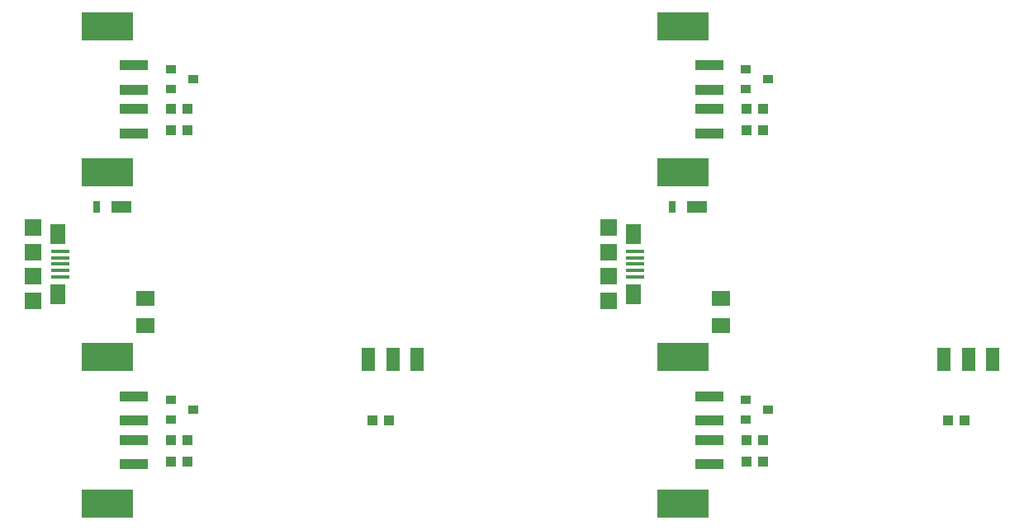
<source format=gbr>
%FSLAX34Y34*%
%MOMM*%
%LNSMDMASK_BOTTOM*%
G71*
G01*
%ADD10R,1.900X0.300*%
%ADD11R,1.500X2.000*%
%ADD12R,1.800X1.800*%
%ADD13R,1.800X1.700*%
%ADD14R,2.900X1.100*%
%ADD15R,5.300X2.900*%
%ADD16R,1.120X0.920*%
%ADD17R,1.000X1.100*%
%ADD18R,1.400X2.400*%
%ADD19R,2.100X1.300*%
%ADD20R,0.800X1.300*%
%ADD21R,1.900X1.500*%
%LPD*%
X-5250Y291092D02*
G54D10*
D03*
X-5250Y297592D02*
G54D10*
D03*
X-5250Y304092D02*
G54D10*
D03*
X-5250Y310592D02*
G54D10*
D03*
X-5250Y284592D02*
G54D10*
D03*
X-7150Y328592D02*
G54D11*
D03*
X-7150Y266592D02*
G54D11*
D03*
X-32650Y309592D02*
G54D12*
D03*
X-32650Y285592D02*
G54D12*
D03*
X-32650Y335592D02*
G54D13*
D03*
X-32650Y259592D02*
G54D13*
D03*
X70808Y476958D02*
G54D14*
D03*
X70808Y456958D02*
G54D14*
D03*
X70808Y431958D02*
G54D14*
D03*
X70808Y501958D02*
G54D14*
D03*
X43808Y541958D02*
G54D15*
D03*
X43808Y391958D02*
G54D15*
D03*
X70808Y136958D02*
G54D14*
D03*
X70808Y116958D02*
G54D14*
D03*
X70808Y91958D02*
G54D14*
D03*
X70808Y161958D02*
G54D14*
D03*
X43808Y201958D02*
G54D15*
D03*
X43808Y51958D02*
G54D15*
D03*
X131117Y487953D02*
G54D16*
D03*
X108217Y477753D02*
G54D16*
D03*
X108217Y498153D02*
G54D16*
D03*
X125413Y456914D02*
G54D17*
D03*
X108413Y456914D02*
G54D17*
D03*
X125413Y435014D02*
G54D17*
D03*
X108413Y435014D02*
G54D17*
D03*
X131117Y147953D02*
G54D16*
D03*
X108217Y137753D02*
G54D16*
D03*
X108217Y158153D02*
G54D16*
D03*
X125413Y116914D02*
G54D17*
D03*
X108413Y116914D02*
G54D17*
D03*
X125413Y95014D02*
G54D17*
D03*
X108413Y95014D02*
G54D17*
D03*
X332068Y137000D02*
G54D17*
D03*
X315068Y137000D02*
G54D17*
D03*
X310800Y199900D02*
G54D18*
D03*
X336400Y199700D02*
G54D18*
D03*
X361100Y199700D02*
G54D18*
D03*
X57926Y356767D02*
G54D19*
D03*
X32526Y356767D02*
G54D20*
D03*
X82507Y234612D02*
G54D21*
D03*
X82508Y262612D02*
G54D21*
D03*
X584750Y291092D02*
G54D10*
D03*
X584750Y297592D02*
G54D10*
D03*
X584750Y304092D02*
G54D10*
D03*
X584750Y310592D02*
G54D10*
D03*
X584750Y284592D02*
G54D10*
D03*
X582850Y328592D02*
G54D11*
D03*
X582850Y266592D02*
G54D11*
D03*
X557350Y309592D02*
G54D12*
D03*
X557350Y285592D02*
G54D12*
D03*
X557350Y335592D02*
G54D13*
D03*
X557350Y259592D02*
G54D13*
D03*
X660808Y476958D02*
G54D14*
D03*
X660808Y456958D02*
G54D14*
D03*
X660808Y431958D02*
G54D14*
D03*
X660808Y501958D02*
G54D14*
D03*
X633808Y541958D02*
G54D15*
D03*
X633808Y391958D02*
G54D15*
D03*
X660808Y136958D02*
G54D14*
D03*
X660808Y116958D02*
G54D14*
D03*
X660808Y91958D02*
G54D14*
D03*
X660808Y161958D02*
G54D14*
D03*
X633808Y201958D02*
G54D15*
D03*
X633808Y51958D02*
G54D15*
D03*
X721117Y487953D02*
G54D16*
D03*
X698217Y477753D02*
G54D16*
D03*
X698217Y498153D02*
G54D16*
D03*
X715413Y456914D02*
G54D17*
D03*
X698413Y456914D02*
G54D17*
D03*
X715413Y435014D02*
G54D17*
D03*
X698413Y435014D02*
G54D17*
D03*
X721117Y147953D02*
G54D16*
D03*
X698217Y137753D02*
G54D16*
D03*
X698217Y158153D02*
G54D16*
D03*
X715413Y116914D02*
G54D17*
D03*
X698413Y116914D02*
G54D17*
D03*
X715413Y95014D02*
G54D17*
D03*
X698413Y95014D02*
G54D17*
D03*
X922068Y137000D02*
G54D17*
D03*
X905068Y137000D02*
G54D17*
D03*
X900800Y199900D02*
G54D18*
D03*
X926400Y199700D02*
G54D18*
D03*
X951100Y199700D02*
G54D18*
D03*
X647926Y356767D02*
G54D19*
D03*
X622526Y356767D02*
G54D20*
D03*
X672507Y234612D02*
G54D21*
D03*
X672508Y262612D02*
G54D21*
D03*
M02*

</source>
